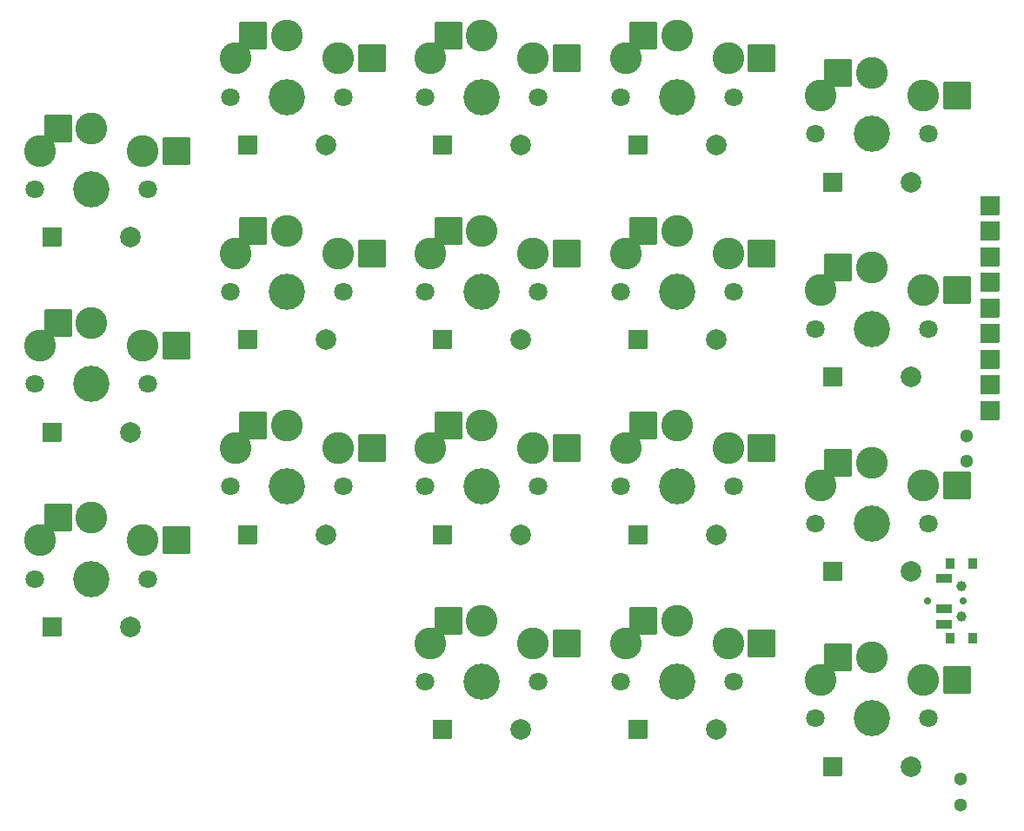
<source format=gbr>
%TF.GenerationSoftware,KiCad,Pcbnew,7.0.7*%
%TF.CreationDate,2023-11-30T20:13:54-05:00*%
%TF.ProjectId,pcb,7063622e-6b69-4636-9164-5f7063625858,v1.0.0*%
%TF.SameCoordinates,Original*%
%TF.FileFunction,Soldermask,Bot*%
%TF.FilePolarity,Negative*%
%FSLAX46Y46*%
G04 Gerber Fmt 4.6, Leading zero omitted, Abs format (unit mm)*
G04 Created by KiCad (PCBNEW 7.0.7) date 2023-11-30 20:13:54*
%MOMM*%
%LPD*%
G01*
G04 APERTURE LIST*
G04 Aperture macros list*
%AMRoundRect*
0 Rectangle with rounded corners*
0 $1 Rounding radius*
0 $2 $3 $4 $5 $6 $7 $8 $9 X,Y pos of 4 corners*
0 Add a 4 corners polygon primitive as box body*
4,1,4,$2,$3,$4,$5,$6,$7,$8,$9,$2,$3,0*
0 Add four circle primitives for the rounded corners*
1,1,$1+$1,$2,$3*
1,1,$1+$1,$4,$5*
1,1,$1+$1,$6,$7*
1,1,$1+$1,$8,$9*
0 Add four rect primitives between the rounded corners*
20,1,$1+$1,$2,$3,$4,$5,0*
20,1,$1+$1,$4,$5,$6,$7,0*
20,1,$1+$1,$6,$7,$8,$9,0*
20,1,$1+$1,$8,$9,$2,$3,0*%
G04 Aperture macros list end*
%ADD10C,1.300000*%
%ADD11C,1.801800*%
%ADD12C,3.100000*%
%ADD13C,3.529000*%
%ADD14RoundRect,0.050000X-1.300000X-1.300000X1.300000X-1.300000X1.300000X1.300000X-1.300000X1.300000X0*%
%ADD15RoundRect,0.050000X-0.889000X-0.889000X0.889000X-0.889000X0.889000X0.889000X-0.889000X0.889000X0*%
%ADD16C,2.005000*%
%ADD17RoundRect,0.050000X-0.400000X0.500000X-0.400000X-0.500000X0.400000X-0.500000X0.400000X0.500000X0*%
%ADD18C,1.000000*%
%ADD19C,0.700000*%
%ADD20RoundRect,0.050000X-0.750000X0.350000X-0.750000X-0.350000X0.750000X-0.350000X0.750000X0.350000X0*%
G04 APERTURE END LIST*
D10*
%TO.C,*%
X84625000Y-500000D03*
X84625000Y-3000000D03*
%TD*%
D11*
%TO.C,S16*%
X70500000Y24400000D03*
D12*
X71000000Y28150000D03*
X76000000Y30350000D03*
X76000000Y30350000D03*
D13*
X76000000Y24400000D03*
D12*
X81000000Y28150000D03*
D11*
X81500000Y24400000D03*
D14*
X72725000Y30350000D03*
X84275000Y28150000D03*
%TD*%
D15*
%TO.C,REF\u002A\u002A*%
X87500000Y42900000D03*
%TD*%
D11*
%TO.C,S2*%
X-5500000Y38000000D03*
D12*
X-5000000Y41750000D03*
X0Y43950000D03*
X0Y43950000D03*
D13*
X0Y38000000D03*
D12*
X5000000Y41750000D03*
D11*
X5500000Y38000000D03*
D14*
X-3275000Y43950000D03*
X8275000Y41750000D03*
%TD*%
D11*
%TO.C,S11*%
X51500000Y9000000D03*
D12*
X52000000Y12750000D03*
X57000000Y14950000D03*
X57000000Y14950000D03*
D13*
X57000000Y9000000D03*
D12*
X62000000Y12750000D03*
D11*
X62500000Y9000000D03*
D14*
X53725000Y14950000D03*
X65275000Y12750000D03*
%TD*%
D15*
%TO.C,D5*%
X15190000Y42300000D03*
D16*
X22810000Y42300000D03*
%TD*%
D11*
%TO.C,S12*%
X51500000Y28000000D03*
D12*
X52000000Y31750000D03*
X57000000Y33950000D03*
X57000000Y33950000D03*
D13*
X57000000Y28000000D03*
D12*
X62000000Y31750000D03*
D11*
X62500000Y28000000D03*
D14*
X53725000Y33950000D03*
X65275000Y31750000D03*
%TD*%
D11*
%TO.C,S4*%
X13500000Y28000000D03*
D12*
X14000000Y31750000D03*
X19000000Y33950000D03*
X19000000Y33950000D03*
D13*
X19000000Y28000000D03*
D12*
X24000000Y31750000D03*
D11*
X24500000Y28000000D03*
D14*
X15725000Y33950000D03*
X27275000Y31750000D03*
%TD*%
D11*
%TO.C,S17*%
X70500000Y43400000D03*
D12*
X71000000Y47150000D03*
X76000000Y49350000D03*
X76000000Y49350000D03*
D13*
X76000000Y43400000D03*
D12*
X81000000Y47150000D03*
D11*
X81500000Y43400000D03*
D14*
X72725000Y49350000D03*
X84275000Y47150000D03*
%TD*%
D15*
%TO.C,D7*%
X34190000Y4300000D03*
D16*
X41810000Y4300000D03*
%TD*%
D15*
%TO.C,REF\u002A\u002A*%
X87500000Y50400000D03*
%TD*%
%TO.C,D10*%
X34190000Y61300000D03*
D16*
X41810000Y61300000D03*
%TD*%
D11*
%TO.C,S14*%
X51500000Y66000000D03*
D12*
X52000000Y69750000D03*
X57000000Y71950000D03*
X57000000Y71950000D03*
D13*
X57000000Y66000000D03*
D12*
X62000000Y69750000D03*
D11*
X62500000Y66000000D03*
D14*
X53725000Y71950000D03*
X65275000Y69750000D03*
%TD*%
D15*
%TO.C,D3*%
X-3810000Y52300000D03*
D16*
X3810000Y52300000D03*
%TD*%
D15*
%TO.C,D9*%
X34190000Y42300000D03*
D16*
X41810000Y42300000D03*
%TD*%
D15*
%TO.C,D18*%
X72190000Y57700000D03*
D16*
X79810000Y57700000D03*
%TD*%
D15*
%TO.C,D8*%
X34190000Y23300000D03*
D16*
X41810000Y23300000D03*
%TD*%
D15*
%TO.C,D13*%
X53190000Y42300000D03*
D16*
X60810000Y42300000D03*
%TD*%
D11*
%TO.C,S8*%
X32500000Y28000000D03*
D12*
X33000000Y31750000D03*
X38000000Y33950000D03*
X38000000Y33950000D03*
D13*
X38000000Y28000000D03*
D12*
X43000000Y31750000D03*
D11*
X43500000Y28000000D03*
D14*
X34725000Y33950000D03*
X46275000Y31750000D03*
%TD*%
D15*
%TO.C,REF\u002A\u002A*%
X87500000Y52900000D03*
%TD*%
%TO.C,REF\u002A\u002A*%
X87500000Y35400000D03*
%TD*%
D11*
%TO.C,S5*%
X13500000Y47000000D03*
D12*
X14000000Y50750000D03*
X19000000Y52950000D03*
X19000000Y52950000D03*
D13*
X19000000Y47000000D03*
D12*
X24000000Y50750000D03*
D11*
X24500000Y47000000D03*
D14*
X15725000Y52950000D03*
X27275000Y50750000D03*
%TD*%
D11*
%TO.C,S10*%
X32500000Y66000000D03*
D12*
X33000000Y69750000D03*
X38000000Y71950000D03*
X38000000Y71950000D03*
D13*
X38000000Y66000000D03*
D12*
X43000000Y69750000D03*
D11*
X43500000Y66000000D03*
D14*
X34725000Y71950000D03*
X46275000Y69750000D03*
%TD*%
D15*
%TO.C,REF\u002A\u002A*%
X87500000Y45400000D03*
%TD*%
D11*
%TO.C,S1*%
X-5500000Y19000000D03*
D12*
X-5000000Y22750000D03*
X0Y24950000D03*
X0Y24950000D03*
D13*
X0Y19000000D03*
D12*
X5000000Y22750000D03*
D11*
X5500000Y19000000D03*
D14*
X-3275000Y24950000D03*
X8275000Y22750000D03*
%TD*%
D15*
%TO.C,REF\u002A\u002A*%
X87500000Y37900000D03*
%TD*%
%TO.C,REF\u002A\u002A*%
X87500000Y47900000D03*
%TD*%
%TO.C,REF\u002A\u002A*%
X87500000Y40400000D03*
%TD*%
D11*
%TO.C,S13*%
X51500000Y47000000D03*
D12*
X52000000Y50750000D03*
X57000000Y52950000D03*
X57000000Y52950000D03*
D13*
X57000000Y47000000D03*
D12*
X62000000Y50750000D03*
D11*
X62500000Y47000000D03*
D14*
X53725000Y52950000D03*
X65275000Y50750000D03*
%TD*%
D11*
%TO.C,S18*%
X70500000Y62400000D03*
D12*
X71000000Y66150000D03*
X76000000Y68350000D03*
X76000000Y68350000D03*
D13*
X76000000Y62400000D03*
D12*
X81000000Y66150000D03*
D11*
X81500000Y62400000D03*
D14*
X72725000Y68350000D03*
X84275000Y66150000D03*
%TD*%
D15*
%TO.C,D14*%
X53190000Y61300000D03*
D16*
X60810000Y61300000D03*
%TD*%
D11*
%TO.C,S9*%
X32500000Y47000000D03*
D12*
X33000000Y50750000D03*
X38000000Y52950000D03*
X38000000Y52950000D03*
D13*
X38000000Y47000000D03*
D12*
X43000000Y50750000D03*
D11*
X43500000Y47000000D03*
D14*
X34725000Y52950000D03*
X46275000Y50750000D03*
%TD*%
D11*
%TO.C,S15*%
X70500000Y5400000D03*
D12*
X71000000Y9150000D03*
X76000000Y11350000D03*
X76000000Y11350000D03*
D13*
X76000000Y5400000D03*
D12*
X81000000Y9150000D03*
D11*
X81500000Y5400000D03*
D14*
X72725000Y11350000D03*
X84275000Y9150000D03*
%TD*%
D15*
%TO.C,D16*%
X72190000Y19700000D03*
D16*
X79810000Y19700000D03*
%TD*%
D15*
%TO.C,D4*%
X15190000Y23300000D03*
D16*
X22810000Y23300000D03*
%TD*%
D11*
%TO.C,S6*%
X13500000Y66000000D03*
D12*
X14000000Y69750000D03*
X19000000Y71950000D03*
X19000000Y71950000D03*
D13*
X19000000Y66000000D03*
D12*
X24000000Y69750000D03*
D11*
X24500000Y66000000D03*
D14*
X15725000Y71950000D03*
X27275000Y69750000D03*
%TD*%
D15*
%TO.C,REF\u002A\u002A*%
X87500000Y55400000D03*
%TD*%
%TO.C,D12*%
X53190000Y23300000D03*
D16*
X60810000Y23300000D03*
%TD*%
D15*
%TO.C,D15*%
X72190000Y700000D03*
D16*
X79810000Y700000D03*
%TD*%
D15*
%TO.C,D17*%
X72190000Y38700000D03*
D16*
X79810000Y38700000D03*
%TD*%
D15*
%TO.C,D2*%
X-3810000Y33300000D03*
D16*
X3810000Y33300000D03*
%TD*%
D17*
%TO.C,*%
X83645000Y13175000D03*
X85855000Y13175000D03*
D18*
X84755000Y15325000D03*
X84755000Y15325000D03*
D19*
X81425000Y16825000D03*
X84925000Y16825000D03*
D18*
X84755000Y18325000D03*
X84755000Y18325000D03*
D17*
X83645000Y20475000D03*
X85855000Y20475000D03*
D20*
X82995000Y19075000D03*
X82995000Y16075000D03*
X82995000Y14575000D03*
%TD*%
D11*
%TO.C,S3*%
X-5500000Y57000000D03*
D12*
X-5000000Y60750000D03*
X0Y62950000D03*
X0Y62950000D03*
D13*
X0Y57000000D03*
D12*
X5000000Y60750000D03*
D11*
X5500000Y57000000D03*
D14*
X-3275000Y62950000D03*
X8275000Y60750000D03*
%TD*%
D10*
%TO.C,*%
X85250000Y32950000D03*
X85250000Y30450000D03*
%TD*%
D15*
%TO.C,D11*%
X53190000Y4300000D03*
D16*
X60810000Y4300000D03*
%TD*%
D11*
%TO.C,S7*%
X32500000Y9000000D03*
D12*
X33000000Y12750000D03*
X38000000Y14950000D03*
X38000000Y14950000D03*
D13*
X38000000Y9000000D03*
D12*
X43000000Y12750000D03*
D11*
X43500000Y9000000D03*
D14*
X34725000Y14950000D03*
X46275000Y12750000D03*
%TD*%
D15*
%TO.C,D6*%
X15190000Y61300000D03*
D16*
X22810000Y61300000D03*
%TD*%
D15*
%TO.C,D1*%
X-3810000Y14300000D03*
D16*
X3810000Y14300000D03*
%TD*%
M02*

</source>
